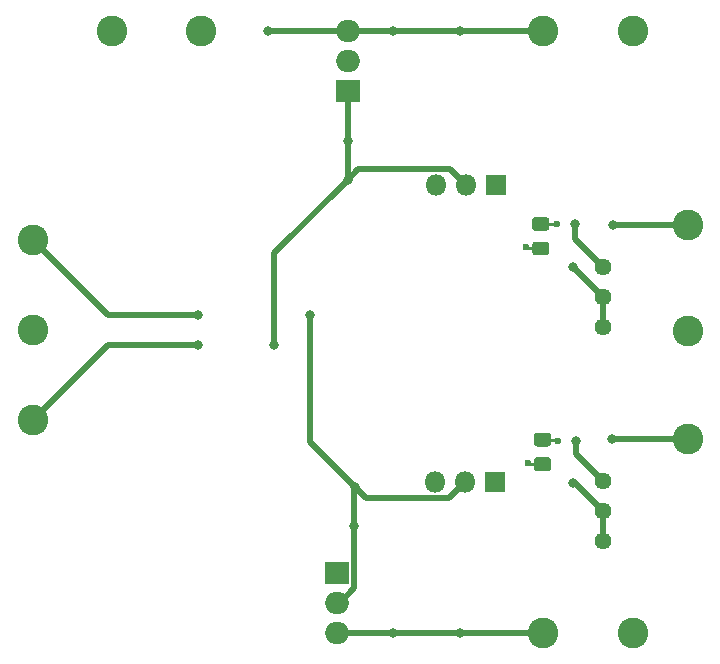
<source format=gbr>
G04 #@! TF.GenerationSoftware,KiCad,Pcbnew,(5.1.7-0-10_14)*
G04 #@! TF.CreationDate,2020-11-09T14:54:09+01:00*
G04 #@! TF.ProjectId,lv-lownoise-psu,6c762d6c-6f77-46e6-9f69-73652d707375,rev?*
G04 #@! TF.SameCoordinates,Original*
G04 #@! TF.FileFunction,Copper,L2,Bot*
G04 #@! TF.FilePolarity,Positive*
%FSLAX46Y46*%
G04 Gerber Fmt 4.6, Leading zero omitted, Abs format (unit mm)*
G04 Created by KiCad (PCBNEW (5.1.7-0-10_14)) date 2020-11-09 14:54:09*
%MOMM*%
%LPD*%
G01*
G04 APERTURE LIST*
G04 #@! TA.AperFunction,ComponentPad*
%ADD10O,2.000000X1.905000*%
G04 #@! TD*
G04 #@! TA.AperFunction,ComponentPad*
%ADD11R,2.000000X1.905000*%
G04 #@! TD*
G04 #@! TA.AperFunction,ComponentPad*
%ADD12C,2.600000*%
G04 #@! TD*
G04 #@! TA.AperFunction,ComponentPad*
%ADD13O,1.800000X1.800000*%
G04 #@! TD*
G04 #@! TA.AperFunction,ComponentPad*
%ADD14R,1.800000X1.800000*%
G04 #@! TD*
G04 #@! TA.AperFunction,ComponentPad*
%ADD15C,1.440000*%
G04 #@! TD*
G04 #@! TA.AperFunction,ViaPad*
%ADD16C,0.800000*%
G04 #@! TD*
G04 #@! TA.AperFunction,ViaPad*
%ADD17C,0.600000*%
G04 #@! TD*
G04 #@! TA.AperFunction,Conductor*
%ADD18C,0.500000*%
G04 #@! TD*
G04 #@! TA.AperFunction,Conductor*
%ADD19C,0.250000*%
G04 #@! TD*
G04 APERTURE END LIST*
D10*
X112141000Y-87884000D03*
X112141000Y-85344000D03*
D11*
X112141000Y-82804000D03*
D12*
X129540000Y-87884000D03*
X137160000Y-87884000D03*
X93091000Y-36957000D03*
X100584000Y-36957000D03*
D10*
X113030000Y-36957000D03*
X113030000Y-39497000D03*
D11*
X113030000Y-42037000D03*
D12*
X137160000Y-36957000D03*
X129540000Y-36957000D03*
D13*
X120459500Y-75120500D03*
X122999500Y-75120500D03*
D14*
X125539500Y-75120500D03*
D13*
X120523000Y-49974500D03*
X123063000Y-49974500D03*
D14*
X125603000Y-49974500D03*
D15*
X134670800Y-80137000D03*
X134670800Y-77597000D03*
X134670800Y-75057000D03*
X134620000Y-61976000D03*
X134620000Y-59436000D03*
X134620000Y-56896000D03*
D12*
X141859000Y-71501000D03*
X141859000Y-62357000D03*
X141859000Y-53340000D03*
X86360000Y-54610000D03*
X86360000Y-62230000D03*
X86360000Y-69850000D03*
G04 #@! TA.AperFunction,SMDPad,CuDef*
G36*
G01*
X130015000Y-72117800D02*
X129065000Y-72117800D01*
G75*
G02*
X128815000Y-71867800I0J250000D01*
G01*
X128815000Y-71192800D01*
G75*
G02*
X129065000Y-70942800I250000J0D01*
G01*
X130015000Y-70942800D01*
G75*
G02*
X130265000Y-71192800I0J-250000D01*
G01*
X130265000Y-71867800D01*
G75*
G02*
X130015000Y-72117800I-250000J0D01*
G01*
G37*
G04 #@! TD.AperFunction*
G04 #@! TA.AperFunction,SMDPad,CuDef*
G36*
G01*
X130015000Y-74192800D02*
X129065000Y-74192800D01*
G75*
G02*
X128815000Y-73942800I0J250000D01*
G01*
X128815000Y-73267800D01*
G75*
G02*
X129065000Y-73017800I250000J0D01*
G01*
X130015000Y-73017800D01*
G75*
G02*
X130265000Y-73267800I0J-250000D01*
G01*
X130265000Y-73942800D01*
G75*
G02*
X130015000Y-74192800I-250000J0D01*
G01*
G37*
G04 #@! TD.AperFunction*
G04 #@! TA.AperFunction,SMDPad,CuDef*
G36*
G01*
X128912600Y-54755200D02*
X129862600Y-54755200D01*
G75*
G02*
X130112600Y-55005200I0J-250000D01*
G01*
X130112600Y-55680200D01*
G75*
G02*
X129862600Y-55930200I-250000J0D01*
G01*
X128912600Y-55930200D01*
G75*
G02*
X128662600Y-55680200I0J250000D01*
G01*
X128662600Y-55005200D01*
G75*
G02*
X128912600Y-54755200I250000J0D01*
G01*
G37*
G04 #@! TD.AperFunction*
G04 #@! TA.AperFunction,SMDPad,CuDef*
G36*
G01*
X128912600Y-52680200D02*
X129862600Y-52680200D01*
G75*
G02*
X130112600Y-52930200I0J-250000D01*
G01*
X130112600Y-53605200D01*
G75*
G02*
X129862600Y-53855200I-250000J0D01*
G01*
X128912600Y-53855200D01*
G75*
G02*
X128662600Y-53605200I0J250000D01*
G01*
X128662600Y-52930200D01*
G75*
G02*
X128912600Y-52680200I250000J0D01*
G01*
G37*
G04 #@! TD.AperFunction*
D16*
X113030000Y-49530000D03*
X113030000Y-46228000D03*
X106807000Y-63500000D03*
X132296001Y-53302001D03*
X135509000Y-53340000D03*
D17*
X130791001Y-53302001D03*
D16*
X135382000Y-71501000D03*
X132334000Y-71628000D03*
D17*
X130890000Y-71628000D03*
D16*
X100330000Y-63500000D03*
X100330000Y-60960000D03*
X132130800Y-56896000D03*
X132130800Y-75209400D03*
D17*
X128171001Y-55202001D03*
X128270000Y-73528000D03*
D16*
X116840000Y-36957000D03*
X122555000Y-36957000D03*
X106283000Y-36957000D03*
X113665000Y-75565000D03*
X113538000Y-78867000D03*
X109855000Y-60960000D03*
X116840000Y-87884000D03*
X122555000Y-87884000D03*
D18*
X113935501Y-48624499D02*
X113030000Y-49530000D01*
X121712999Y-48624499D02*
X113935501Y-48624499D01*
X123063000Y-49974500D02*
X121712999Y-48624499D01*
X113030000Y-42037000D02*
X113030000Y-46228000D01*
X113030000Y-46228000D02*
X113030000Y-49530000D01*
X106807000Y-55753000D02*
X113030000Y-49530000D01*
X106807000Y-63500000D02*
X106807000Y-55753000D01*
D19*
X130756700Y-53267700D02*
X130791001Y-53302001D01*
X129387600Y-53267700D02*
X130756700Y-53267700D01*
D18*
X135509000Y-53340000D02*
X141859000Y-53340000D01*
X132296001Y-54572001D02*
X134620000Y-56896000D01*
X132296001Y-53302001D02*
X132296001Y-54572001D01*
X135382000Y-71501000D02*
X141859000Y-71501000D01*
X132334000Y-72720200D02*
X134670800Y-75057000D01*
X132334000Y-71628000D02*
X132334000Y-72720200D01*
D19*
X130792300Y-71530300D02*
X130890000Y-71628000D01*
X129540000Y-71530300D02*
X130792300Y-71530300D01*
D18*
X92710000Y-63500000D02*
X86360000Y-69850000D01*
X100330000Y-63500000D02*
X92710000Y-63500000D01*
X92710000Y-60960000D02*
X86360000Y-54610000D01*
X100330000Y-60960000D02*
X92710000Y-60960000D01*
X132130800Y-56946800D02*
X134620000Y-59436000D01*
X132130800Y-56896000D02*
X132130800Y-56946800D01*
X134620000Y-59436000D02*
X134620000Y-61976000D01*
X134670800Y-77597000D02*
X134670800Y-80137000D01*
X132283200Y-75209400D02*
X134670800Y-77597000D01*
X132130800Y-75209400D02*
X132283200Y-75209400D01*
D19*
X128311700Y-55342700D02*
X128171001Y-55202001D01*
X129387600Y-55342700D02*
X128311700Y-55342700D01*
X128347300Y-73605300D02*
X128270000Y-73528000D01*
X129540000Y-73605300D02*
X128347300Y-73605300D01*
D18*
X129540000Y-36957000D02*
X122555000Y-36957000D01*
X116840000Y-36957000D02*
X122555000Y-36957000D01*
X116840000Y-36957000D02*
X113030000Y-36957000D01*
X113030000Y-36957000D02*
X106283000Y-36957000D01*
X114570501Y-76470501D02*
X113665000Y-75565000D01*
X121649499Y-76470501D02*
X114570501Y-76470501D01*
X122999500Y-75120500D02*
X121649499Y-76470501D01*
X113591001Y-78920001D02*
X113538000Y-78867000D01*
X113591001Y-84116501D02*
X113591001Y-78920001D01*
X112363502Y-85344000D02*
X113591001Y-84116501D01*
X112141000Y-85344000D02*
X112363502Y-85344000D01*
X113538000Y-75692000D02*
X113665000Y-75565000D01*
X113538000Y-78867000D02*
X113538000Y-75692000D01*
X109855000Y-71755000D02*
X113665000Y-75565000D01*
X109855000Y-60960000D02*
X109855000Y-71755000D01*
X112141000Y-87884000D02*
X116840000Y-87884000D01*
X116840000Y-87884000D02*
X122555000Y-87884000D01*
X122555000Y-87884000D02*
X129540000Y-87884000D01*
M02*

</source>
